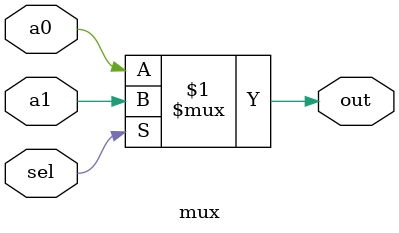
<source format=v>
`timescale 1ns / 1ps

/*
   Assignment No. - 5
   Problem No. - 1
   Semester - 5 (Autumn 2021-22)
   Group No. - 30
   Group Members - Vanshita Garg (19CS10064) & Ashutosh Kumar Singh (19CS30008)
*/

// 2x1 mux module
module mux (input a0, input a1, input sel, output out);
    
    assign out = (sel) ? a1 : a0;

endmodule
</source>
